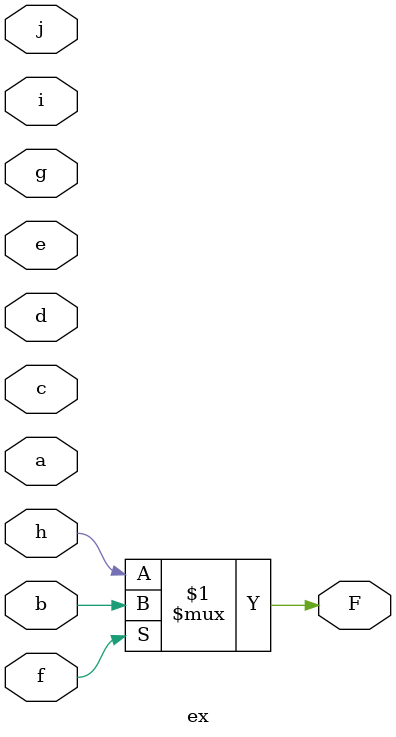
<source format=v>

module ex ( 
    a, b, c, d, e, f, g, h, i, j,
    F  );
  input  a, b, c, d, e, f, g, h, i, j;
  output F;
  assign F = f ? b : h;
endmodule



</source>
